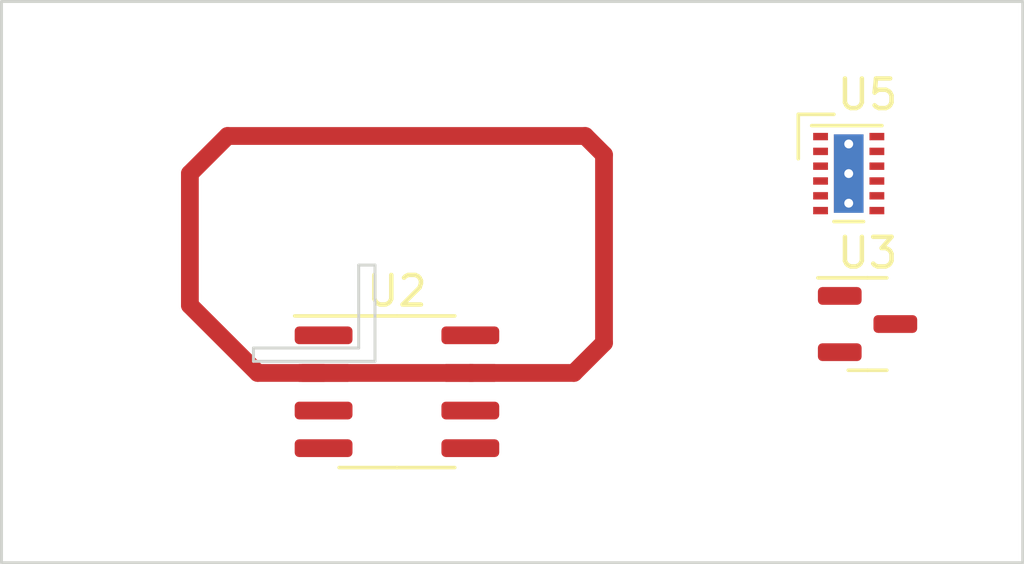
<source format=kicad_pcb>
(kicad_pcb (version 20210126) (generator pcbnew)
  (layers (0 "F.Cu" signal) (31 "B.Cu" signal) (34 "B.Paste" user) (35 "F.Paste" user) (36 "B.SilkS" user "B.Silkscreen") (37 "F.SilkS" user "F.Silkscreen") (38 "B.Mask" user) (39 "F.Mask" user) (44 "Edge.Cuts" user))
  (net 0 "")
  (net 1 "Net-(R10-Pad1)")
  (net 2 "+2V5")
  (net 3 "Net-(R10-Pad2)")
  (net 4 "-2V5")
  (net 5 "Net-(R8-Pad2)")
  (net 6 "GNDA")
  (net 7 "VREF")
  (net 8 "+3V0")
  (net 22 "/GUARD")
  (footprint "Package_SO:SOIC-8_3.9x4.9mm_P1.27mm" (layer "F.Cu") (at -59.309 69.977)
    (fp_text reference "U2" (at 0 -3.4) (layer "F.SilkS"))
    (fp_text value "LMP7721")
    (fp_line (start 0 2.56) (end 1.95 2.56) (layer "F.SilkS") (width 0.12))
    (fp_line (start 0 2.56) (end -1.95 2.56) (layer "F.SilkS") (width 0.12))
    (fp_line (start 0 -2.56) (end 1.95 -2.56) (layer "F.SilkS") (width 0.12))
    (fp_line (start 0 -2.56) (end -3.45 -2.56) (layer "F.SilkS") (width 0.12))
    (pad "1" smd roundrect (at -2.475 -1.905) (size 1.95 0.6) (layers "F.Cu" "F.Paste" "F.Mask") (net 5 "Net-(R8-Pad2)"))
    (pad "2" smd roundrect (at -2.475 -0.635) (size 1.95 0.6) (layers "F.Cu" "F.Paste" "F.Mask") (net 22 "/GUARD"))
    (pad "3" smd roundrect (at -2.475 0.635) (size 1.95 0.6) (layers "F.Cu" "F.Paste" "F.Mask") (net 4 "-2V5"))
    (pad "4" smd roundrect (at -2.475 1.905) (size 1.95 0.6) (layers "F.Cu" "F.Paste" "F.Mask") (net 3 "Net-(R10-Pad2)"))
    (pad "5" smd roundrect (at 2.475 1.905) (size 1.95 0.6) (layers "F.Cu" "F.Paste" "F.Mask"))
    (pad "6" smd roundrect (at 2.475 0.635) (size 1.95 0.6) (layers "F.Cu" "F.Paste" "F.Mask") (net 2 "+2V5"))
    (pad "7" smd roundrect (at 2.475 -0.635) (size 1.95 0.6) (layers "F.Cu" "F.Paste" "F.Mask") (net 22 "/GUARD"))
    (pad "8" smd roundrect (at 2.475 -1.905) (size 1.95 0.6) (layers "F.Cu" "F.Paste" "F.Mask") (net 1 "Net-(R10-Pad1)"))
  )
  (footprint "Package_TO_SOT_SMD:SOT-23" (layer "F.Cu") (at -43.434 67.691)
    (fp_text reference "U3" (at 0 -2.4) (layer "F.SilkS"))
    (fp_text value "REF3020")
    (fp_line (start 0 -1.56) (end 0.65 -1.56) (layer "F.SilkS") (width 0.12))
    (fp_line (start 0 -1.56) (end -1.675 -1.56) (layer "F.SilkS") (width 0.12))
    (fp_line (start 0 1.56) (end 0.65 1.56) (layer "F.SilkS") (width 0.12))
    (fp_line (start 0 1.56) (end -0.65 1.56) (layer "F.SilkS") (width 0.12))
    (pad "1" smd roundrect (at -0.9375 -0.95) (size 1.475 0.6) (layers "F.Cu" "F.Paste" "F.Mask") (net 8 "+3V0"))
    (pad "2" smd roundrect (at -0.9375 0.95) (size 1.475 0.6) (layers "F.Cu" "F.Paste" "F.Mask") (net 7 "VREF"))
    (pad "3" smd roundrect (at 0.9375 0) (size 1.475 0.6) (layers "F.Cu" "F.Paste" "F.Mask") (net 6 "GNDA"))
  )
  (footprint "Package_SON:WSON-12-1EP_3x2mm_P0.5mm_EP1x2.65_ThermalVias" (layer "F.Cu") (at -44.069 62.611)
    (fp_text reference "U5" (at 0.635 -2.667) (layer "F.SilkS"))
    (fp_text value "LM27762")
    (fp_line (start -1.7 -2) (end -0.5 -2) (layer "F.SilkS") (width 0.12))
    (fp_line (start -1.25 -1.62) (end 1.12 -1.62) (layer "F.SilkS") (width 0.12))
    (fp_line (start 0.5 1.62) (end -0.5 1.62) (layer "F.SilkS") (width 0.12))
    (fp_line (start -1.7 -0.5) (end -1.7 -2) (layer "F.SilkS") (width 0.12))
    (pad "1" smd rect (at -0.95 -1.25) (size 0.5 0.25) (layers "F.Cu" "F.Paste" "F.Mask"))
    (pad "2" smd rect (at -0.95 -0.75) (size 0.5 0.25) (layers "F.Cu" "F.Paste" "F.Mask"))
    (pad "3" smd rect (at -0.95 -0.25) (size 0.5 0.25) (layers "F.Cu" "F.Paste" "F.Mask"))
    (pad "4" smd rect (at -0.95 0.25) (size 0.5 0.25) (layers "F.Cu" "F.Paste" "F.Mask"))
    (pad "5" smd rect (at -0.95 0.75) (size 0.5 0.25) (layers "F.Cu" "F.Paste" "F.Mask"))
    (pad "6" smd rect (at -0.95 1.25) (size 0.5 0.25) (layers "F.Cu" "F.Paste" "F.Mask"))
    (pad "7" smd rect (at 0.95 1.25) (size 0.5 0.25) (layers "F.Cu" "F.Paste" "F.Mask"))
    (pad "8" smd rect (at 0.95 0.75) (size 0.5 0.25) (layers "F.Cu" "F.Paste" "F.Mask"))
    (pad "9" smd rect (at 0.95 0.25) (size 0.5 0.25) (layers "F.Cu" "F.Paste" "F.Mask"))
    (pad "10" smd rect (at 0.95 -0.25) (size 0.5 0.25) (layers "F.Cu" "F.Paste" "F.Mask"))
    (pad "11" smd rect (at 0.95 -0.75) (size 0.5 0.25) (layers "F.Cu" "F.Paste" "F.Mask"))
    (pad "12" smd rect (at 0.95 -1.25) (size 0.5 0.25) (layers "F.Cu" "F.Paste" "F.Mask"))
    (pad "13" smd rect (at 0 0) (size 1 2.65) (layers "F.Cu" "F.Mask"))
    (pad "13" thru_hole circle (at 0 0) (size 0.6 0.6) (drill 0.3) (layers *.Cu))
    (pad "13" thru_hole circle (at 0 -1 90) (size 0.6 0.6) (drill 0.3) (layers *.Cu))
    (pad "13" thru_hole circle (at 0 1) (size 0.6 0.6) (drill 0.3) (layers *.Cu))
    (pad "13" smd rect (at 0 0) (size 1 2.65) (layers "B.Cu"))
  )
  (gr_line (start -62.484 69.342) (end -56.769 69.342) (layer "F.Cu") (width 0.6))
  (gr_rect (start -72.65 56.8) (end -38.2 75.75) (layer "Edge.Cuts") (width 0.1) (fill none))
  (gr_line (start -64.15 68.5) (end -60.6 68.5) (layer "Edge.Cuts") (width 0.1))
  (gr_line (start -60.6 65.7) (end -60.05 65.7) (layer "Edge.Cuts") (width 0.1))
  (gr_line (start -60.05 68.95) (end -64.15 68.95) (layer "Edge.Cuts") (width 0.1))
  (gr_line (start -60.05 65.7) (end -60.05 68.95) (layer "Edge.Cuts") (width 0.1))
  (gr_line (start -64.15 68.95) (end -64.15 68.5) (layer "Edge.Cuts") (width 0.1))
  (gr_line (start -60.6 68.5) (end -60.6 65.7) (layer "Edge.Cuts") (width 0.1))
  (segment (start -61.784 69.342) (end -64.008 69.342) (width 0.6) (layer "F.Cu") (net 22))
  (segment (start -66.294 62.611) (end -65.024 61.341) (width 0.6) (layer "F.Cu") (net 22))
  (segment (start -52.324 68.326) (end -53.34 69.342) (width 0.6) (layer "F.Cu") (net 22))
  (segment (start -66.294 67.056) (end -66.294 62.611) (width 0.6) (layer "F.Cu") (net 22))
  (segment (start -65.024 61.341) (end -52.959 61.341) (width 0.6) (layer "F.Cu") (net 22))
  (segment (start -52.959 61.341) (end -52.324 61.976) (width 0.6) (layer "F.Cu") (net 22))
  (segment (start -52.324 61.976) (end -52.324 68.326) (width 0.6) (layer "F.Cu") (net 22))
  (segment (start -64.008 69.342) (end -66.294 67.056) (width 0.6) (layer "F.Cu") (net 22))
  (segment (start -53.34 69.342) (end -56.834 69.342) (width 0.6) (layer "F.Cu") (net 22))
)
</source>
